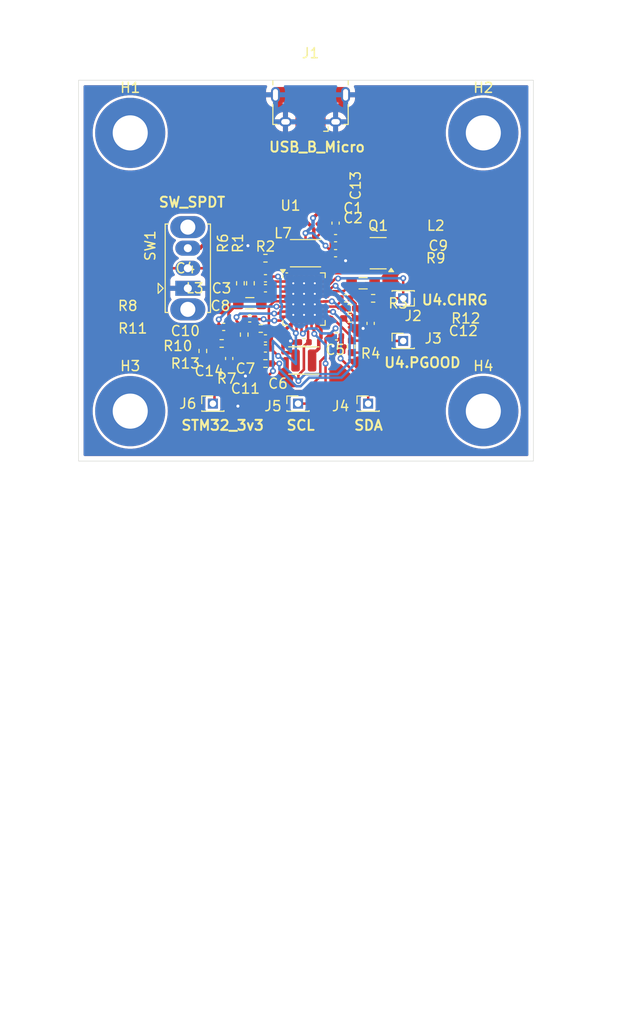
<source format=kicad_pcb>
(kicad_pcb (version 20240108) (generator "pcbnew") (generator_version "8.0")
  (layers (0 "F.Cu" signal) (1 "In1.Cu" mixed) (2 "In2.Cu" power) (31 "B.Cu" signal) (34 "B.Paste" user) (35 "F.Paste" user) (36 "B.SilkS" user "B.Silkscreen") (37 "F.SilkS" user "F.Silkscreen") (38 "B.Mask" user) (39 "F.Mask" user) (44 "Edge.Cuts" user))
  (net 0 "")
  (net 1 "Net-(J1-VBUS)")
  (net 2 "GND")
  (net 3 "Net-(C3-Pad1)")
  (net 4 "Net-(J6-Pin_1)")
  (net 5 "VOUT0")
  (net 6 "Net-(U1-VIN1)")
  (net 7 "Net-(U1-VC3)")
  (net 8 "Net-(U1-FB3)")
  (net 9 "Net-(U1-FB2)")
  (net 10 "VOUT2")
  (net 11 "VOUT1")
  (net 12 "Net-(U1-FB1)")
  (net 13 "Net-(Q1-S)")
  (net 14 "Net-(U1-SWCD3)")
  (net 15 "Net-(U1-SWAB3)")
  (net 16 "Net-(U1-SW2)")
  (net 17 "Net-(U1-SW1)")
  (net 18 "Net-(U1-SW)")
  (net 19 "VBAT")
  (net 20 "Net-(Q1-G)")
  (net 21 "Net-(U1-CLPROG)")
  (net 22 "Net-(U1-ENALL)")
  (net 23 "VCC")
  (net 24 "Net-(J2-Pin_1)")
  (net 25 "Net-(J3-Pin_1)")
  (net 26 "Net-(U1-PROG)")
  (net 30 "Net-(J4-Pin_1)")
  (net 31 "Net-(J5-Pin_1)")
  (footprint "Resistor_SMD:R_0402_1005Metric_Pad0.72x0.64mm_HandSolder" (layer "F.Cu") (at 139.63 99 180)
    (property "Reference" "R10" (at 4.38 -0.25 0) (layer "F.SilkS"))
    (property "Value" "365K")
    (pad "1" smd roundrect (at -0.5975 0 180) (size 0.715 0.64) (layers "F.Cu" "F.Paste" "F.Mask") (net 11 "VOUT1"))
    (pad "2" smd roundrect (at 0.5975 0 180) (size 0.715 0.64) (layers "F.Cu" "F.Paste" "F.Mask") (net 12 "Net-(U1-FB1)"))
  )
  (footprint "Inductor_SMD:L_APV_ANR252010" (layer "F.Cu") (at 148 90 180)
    (property "Reference" "L7" (at 2.25 2 0) (layer "F.SilkS"))
    (property "Value" "3.3uH/1.7A")
    (pad "1" smd roundrect (at -0.825 0 180) (size 0.85 2.2) (layers "F.Cu" "F.Paste" "F.Mask") (net 13 "Net-(Q1-S)"))
    (pad "2" smd roundrect (at 0.825 0 180) (size 0.85 2.2) (layers "F.Cu" "F.Paste" "F.Mask") (net 18 "Net-(U1-SW)"))
  )
  (footprint "Resistor_SMD:R_0402_1005Metric_Pad0.72x0.64mm_HandSolder" (layer "F.Cu") (at 154.75 94.5)
    (property "Reference" "R3" (at 2.5 0.5 180) (layer "F.SilkS"))
    (property "Value" "10K")
    (pad "1" smd roundrect (at -0.5975 0) (size 0.715 0.64) (layers "F.Cu" "F.Paste" "F.Mask") (net 23 "VCC"))
    (pad "2" smd roundrect (at 0.5975 0) (size 0.715 0.64) (layers "F.Cu" "F.Paste" "F.Mask") (net 24 "Net-(J2-Pin_1)"))
  )
  (footprint "Resistor_SMD:R_0402_1005Metric_Pad0.72x0.64mm_HandSolder" (layer "F.Cu") (at 141.5 93 90)
    (property "Reference" "R6" (at 4 -1.75 -90) (layer "F.SilkS"))
    (property "Value" "3.01K")
    (pad "1" smd roundrect (at -0.5975 0 90) (size 0.715 0.64) (layers "F.Cu" "F.Paste" "F.Mask") (net 21 "Net-(U1-CLPROG)"))
    (pad "2" smd roundrect (at 0.5975 0 90) (size 0.715 0.64) (layers "F.Cu" "F.Paste" "F.Mask") (net 2 "GND"))
  )
  (footprint "MountingHole:MountingHole_3.5mm_Pad_TopBottom" (layer "F.Cu") (at 130.5 105.75)
    (property "Reference" "H3" (at 0 -4.5 0) (layer "F.SilkS"))
    (property "Value" "MountingHole_Pad")
    (pad "1" thru_hole circle (at 0 0) (size 3.9 3.9) (drill 3.5) (layers "*.Cu" "*.Mask"))
    (pad "1" connect circle (at 0 0) (size 7 7) (layers "F.Cu" "F.Mask"))
    (pad "1" connect circle (at 0 0) (size 7 7) (layers "B.Cu" "B.Mask"))
  )
  (footprint "Capacitor_SMD:C_0402_1005Metric" (layer "F.Cu") (at 151 88.5)
    (property "Reference" "C1" (at 1.75 -3 0) (layer "F.SilkS"))
    (property "Value" "10uF")
    (pad "1" smd roundrect (at -0.48 0) (size 0.56 0.62) (layers "F.Cu" "F.Paste" "F.Mask") (net 1 "Net-(J1-VBUS)"))
    (pad "2" smd roundrect (at 0.48 0) (size 0.56 0.62) (layers "F.Cu" "F.Paste" "F.Mask") (net 2 "GND"))
  )
  (footprint "Resistor_SMD:R_0402_1005Metric_Pad0.72x0.64mm_HandSolder" (layer "F.Cu") (at 137.75 99.75 -90)
    (property "Reference" "R13" (at 1.25 1.75 180) (layer "F.SilkS"))
    (property "Value" "111K")
    (pad "1" smd roundrect (at -0.5975 0 270) (size 0.715 0.64) (layers "F.Cu" "F.Paste" "F.Mask") (net 12 "Net-(U1-FB1)"))
    (pad "2" smd roundrect (at 0.5975 0 270) (size 0.715 0.64) (layers "F.Cu" "F.Paste" "F.Mask") (net 2 "GND"))
  )
  (footprint "Resistor_SMD:R_0402_1005Metric_Pad0.72x0.64mm_HandSolder" (layer "F.Cu") (at 141.88 98.12 -90)
    (property "Reference" "R11" (at -0.62 11.13 180) (layer "F.SilkS"))
    (property "Value" "111K")
    (pad "1" smd roundrect (at -0.5975 0 270) (size 0.715 0.64) (layers "F.Cu" "F.Paste" "F.Mask") (net 8 "Net-(U1-FB3)"))
    (pad "2" smd roundrect (at 0.5975 0 270) (size 0.715 0.64) (layers "F.Cu" "F.Paste" "F.Mask") (net 2 "GND"))
  )
  (footprint "Package_TO_SOT_SMD:SOT-23-3" (layer "F.Cu") (at 155.25 90 180)
    (property "Reference" "Q1" (at 0 2.75 0) (layer "F.SilkS"))
    (property "Value" "SI2333DS-T1-E3")
    (pad "1" smd roundrect (at -1.1375 -0.95 180) (size 1.325 0.6) (layers "F.Cu" "F.Paste" "F.Mask") (net 20 "Net-(Q1-G)"))
    (pad "2" smd roundrect (at 1.1375 0 180) (size 1.325 0.6) (layers "F.Cu" "F.Paste" "F.Mask") (net 13 "Net-(Q1-S)"))
    (pad "3" smd roundrect (at -1.1375 0.95 180) (size 1.325 0.6) (layers "F.Cu" "F.Paste" "F.Mask") (net 19 "VBAT"))
  )
  (footprint "Inductor_SMD:L_APV_ANR252010" (layer "F.Cu") (at 147.83 100.7 180)
    (property "Reference" "L1" (hide yes))
    (property "Value" "2.2uH/1.6A")
    (pad "1" smd roundrect (at -0.825 0 180) (size 0.85 2.2) (layers "F.Cu" "F.Paste" "F.Mask") (net 14 "Net-(U1-SWCD3)"))
    (pad "2" smd roundrect (at 0.825 0 180) (size 0.85 2.2) (layers "F.Cu" "F.Paste" "F.Mask") (net 15 "Net-(U1-SWAB3)"))
  )
  (footprint "Capacitor_SMD:C_0402_1005Metric" (layer "F.Cu") (at 140.38 100.5 -90)
    (property "Reference" "C14" (at 1.25 2 0) (layer "F.SilkS"))
    (property "Value" "10uF")
    (pad "1" smd roundrect (at -0.48 0 270) (size 0.56 0.62) (layers "F.Cu" "F.Paste" "F.Mask") (net 11 "VOUT1"))
    (pad "2" smd roundrect (at 0.48 0 270) (size 0.56 0.62) (layers "F.Cu" "F.Paste" "F.Mask") (net 2 "GND"))
  )
  (footprint "Capacitor_SMD:C_0402_1005Metric" (layer "F.Cu") (at 151 90)
    (property "Reference" "C2" (at 1.75 -3.5 180) (layer "F.SilkS"))
    (property "Value" "100nF")
    (pad "1" smd roundrect (at -0.48 0) (size 0.56 0.62) (layers "F.Cu" "F.Paste" "F.Mask") (net 1 "Net-(J1-VBUS)"))
    (pad "2" smd roundrect (at 0.48 0) (size 0.56 0.62) (layers "F.Cu" "F.Paste" "F.Mask") (net 2 "GND"))
  )
  (footprint "Resistor_SMD:R_0402_1005Metric_Pad0.72x0.64mm_HandSolder" (layer "F.Cu") (at 143.53 97.51 180)
    (property "Reference" "R8" (at 13.28 2.26 0) (layer "F.SilkS"))
    (property "Value" "383K")
    (pad "1" smd roundrect (at -0.5975 0 180) (size 0.715 0.64) (layers "F.Cu" "F.Paste" "F.Mask") (net 6 "Net-(U1-VIN1)"))
    (pad "2" smd roundrect (at 0.5975 0 180) (size 0.715 0.64) (layers "F.Cu" "F.Paste" "F.Mask") (net 8 "Net-(U1-FB3)"))
  )
  (footprint "Capacitor_SMD:C_0402_1005Metric" (layer "F.Cu") (at 144 98.5)
    (property "Reference" "C7" (at -2 3 0) (layer "F.SilkS"))
    (property "Value" "1uF")
    (pad "1" smd roundrect (at -0.48 0) (size 0.56 0.62) (layers "F.Cu" "F.Paste" "F.Mask") (net 2 "GND"))
    (pad "2" smd roundrect (at 0.48 0) (size 0.56 0.62) (layers "F.Cu" "F.Paste" "F.Mask") (net 6 "Net-(U1-VIN1)"))
  )
  (footprint "Capacitor_SMD:C_0402_1005Metric" (layer "F.Cu") (at 144 99.5 180)
    (property "Reference" "C11" (at 2 -4 0) (layer "F.SilkS"))
    (property "Value" "10uF")
    (pad "1" smd roundrect (at -0.48 0 180) (size 0.56 0.62) (layers "F.Cu" "F.Paste" "F.Mask") (net 6 "Net-(U1-VIN1)"))
    (pad "2" smd roundrect (at 0.48 0 180) (size 0.56 0.62) (layers "F.Cu" "F.Paste" "F.Mask") (net 2 "GND"))
  )
  (footprint "Inductor_SMD:L_0805_2012Metric_Pad1.05x1.20mm_HandSolder" (layer "F.Cu") (at 153.75 93 180)
    (property "Reference" "L2" (at -7.25 5.75 180) (layer "F.SilkS"))
    (property "Value" "4.7uH/500mA")
    (pad "1" smd roundrect (at -1.15 0 180) (size 1.05 1.2) (layers "F.Cu" "F.Paste" "F.Mask") (roundrect_rratio 0.238095) (net 10 "VOUT2"))
    (pad "2" smd roundrect (at 1.15 0 180) (size 1.05 1.2) (layers "F.Cu" "F.Paste" "F.Mask") (roundrect_rratio 0.238095) (net 16 "Net-(U1-SW2)"))
  )
  (footprint "Connector_PinHeader_1.27mm:PinHeader_1x01_P1.27mm_Vertical" (layer "F.Cu") (at 157.75 98.75)
    (property "Reference" "J3" (at 3 -0.25 0) (layer "F.SilkS"))
    (property "Value" "Conn_01x01_Pin")
    (pad "1" thru_hole rect (at 0 0) (size 1 1) (drill 0.65) (layers "*.Cu" "*.Mask") (net 25 "Net-(J3-Pin_1)"))
  )
  (footprint "Package_DFN_QFN:QFN-28-1EP_4x5mm_P0.5mm_EP2.65x3.65mm_ThermalVias" (layer "F.Cu") (at 147.8525 94.575)
    (property "Reference" "U1" (at -1.3525 -9.325 0) (layer "F.SilkS"))
    (property "Value" "LTC3556EUFD_PBF")
    (pad "1" smd roundrect (at -1.95 -1.75) (size 0.85 0.25) (layers "F.Cu" "F.Paste" "F.Mask") (net 4 "Net-(J6-Pin_1)"))
    (pad "2" smd roundrect (at -1.95 -1.25) (size 0.85 0.25) (layers "F.Cu" "F.Paste" "F.Mask") (net 21 "Net-(U1-CLPROG)"))
    (pad "3" smd roundrect (at -1.95 -0.75) (size 0.85 0.25) (layers "F.Cu" "F.Paste" "F.Mask") (net 2 "GND"))
    (pad "4" smd roundrect (at -1.95 -0.25) (size 0.85 0.25) (layers "F.Cu" "F.Paste" "F.Mask") (net 17 "Net-(U1-SW1)"))
    (pad "5" smd roundrect (at -1.95 0.25) (size 0.85 0.25) (layers "F.Cu" "F.Paste" "F.Mask") (net 6 "Net-(U1-VIN1)"))
    (pad "6" smd roundrect (at -1.95 0.75) (size 0.85 0.25) (layers "F.Cu" "F.Paste" "F.Mask") (net 12 "Net-(U1-FB1)"))
    (pad "7" smd roundrect (at -1.95 1.25) (size 0.85 0.25) (layers "F.Cu" "F.Paste" "F.Mask") (net 8 "Net-(U1-FB3)"))
    (pad "8" smd roundrect (at -1.95 1.75) (size 0.85 0.25) (layers "F.Cu" "F.Paste" "F.Mask") (net 7 "Net-(U1-VC3)"))
    (pad "9" smd roundrect (at -1.25 2.45) (size 0.25 0.85) (layers "F.Cu" "F.Paste" "F.Mask") (net 15 "Net-(U1-SWAB3)"))
    (pad "10" smd roundrect (at -0.75 2.45) (size 0.25 0.85) (layers "F.Cu" "F.Paste" "F.Mask") (net 4 "Net-(J6-Pin_1)"))
    (pad "11" smd roundrect (at -0.25 2.45) (size 0.25 0.85) (layers "F.Cu" "F.Paste" "F.Mask") (net 5 "VOUT0"))
    (pad "12" smd roundrect (at 0.25 2.45) (size 0.25 0.85) (layers "F.Cu" "F.Paste" "F.Mask") (net 6 "Net-(U1-VIN1)"))
    (pad "13" smd roundrect (at 0.75 2.45) (size 0.25 0.85) (layers "F.Cu" "F.Paste" "F.Mask") (net 31 "Net-(J5-Pin_1)"))
    (pad "14" smd roundrect (at 1.25 2.45) (size 0.25 0.85) (layers "F.Cu" "F.Paste" "F.Mask") (net 14 "Net-(U1-SWCD3)"))
    (pad "15" smd roundrect (at 1.95 1.75) (size 0.85 0.25) (layers "F.Cu" "F.Paste" "F.Mask") (net 25 "Net-(J3-Pin_1)"))
    (pad "16" smd roundrect (at 1.95 1.25) (size 0.85 0.25) (layers "F.Cu" "F.Paste" "F.Mask") (net 30 "Net-(J4-Pin_1)"))
    (pad "17" smd roundrect (at 1.95 0.75) (size 0.85 0.25) (layers "F.Cu" "F.Paste" "F.Mask") (net 9 "Net-(U1-FB2)"))
    (pad "18" smd roundrect (at 1.95 0.25) (size 0.85 0.25) (layers "F.Cu" "F.Paste" "F.Mask") (net 6 "Net-(U1-VIN1)"))
    (pad "19" smd roundrect (at 1.95 -0.25) (size 0.85 0.25) (layers "F.Cu" "F.Paste" "F.Mask") (net 16 "Net-(U1-SW2)"))
    (pad "20" smd roundrect (at 1.95 -0.75) (size 0.85 0.25) (layers "F.Cu" "F.Paste" "F.Mask") (net 26 "Net-(U1-PROG)"))
    (pad "21" smd roundrect (at 1.95 -1.25) (size 0.85 0.25) (layers "F.Cu" "F.Paste" "F.Mask") (net 24 "Net-(J2-Pin_1)"))
    (pad "22" smd roundrect (at 1.95 -1.75) (size 0.85 0.25) (layers "F.Cu" "F.Paste" "F.Mask") (net 20 "Net-(Q1-G)"))
    (pad "23" smd roundrect (at 1.25 -2.45) (size 0.25 0.85) (layers "F.Cu" "F.Paste" "F.Mask") (net 19 "VBAT"))
    (pad "24" smd roundrect (at 0.75 -2.45) (size 0.25 0.85) (layers "F.Cu" "F.Paste" "F.Mask") (net 13 "Net-(Q1-S)"))
    (pad "25" smd roundrect (at 0.25 -2.45) (size 0.25 0.85) (layers "F.Cu" "F.Paste" "F.Mask") (net 1 "Net-(J1-VBUS)"))
    (pad "26" smd roundrect (at -0.25 -2.45) (size 0.25 0.85) (layers "F.Cu" "F.Paste" "F.Mask") (net 18 "Net-(U1-SW)"))
    (pad "27" smd roundrect (at -0.75 -2.45) (size 0.25 0.85) (layers "F.Cu" "F.Paste" "F.Mask"))
    (pad "28" smd roundrect (at -1.25 -2.45) (size 0.25 0.85) (layers "F.Cu" "F.Paste" "F.Mask") (net 22 "Net-(U1-ENALL)"))
    (pad "29" thru_hole circle (at -1.075 -1.575) (size 0.5 0.5) (drill 0.2) (property pad_prop_heatsink) (layers "*.Cu") (net 2 "GND"))
    (pad "29" thru_hole circle (at -1.075 -0.525) (size 0.5 0.5) (drill 0.2) (property pad_prop_heatsink) (layers "*.Cu") (net 2 "GND"))
    (pad "29" thru_hole circle (at -1.075 0.525) (size 0.5 0.5) (drill 0.2) (property pad_prop_heatsink) (layers "*.Cu") (net 2 "GND"))
    (pad "29" thru_hole circle (at -1.075 1.575) (size 0.5 0.5) (drill 0.2) (property pad_prop_heatsink) (layers "*.Cu") (net 2 "GND"))
    (pad "29" thru_hole circle (at 0 -1.575) (size 0.5 0.5) (drill 0.2) (property pad_prop_heatsink) (layers "*.Cu") (net 2 "GND"))
    (pad "29" thru_hole circle (at 0 -0.525) (size 0.5 0.5) (drill 0.2) (property pad_prop_heatsink) (layers "*.Cu") (net 2 "GND"))
    (pad "29" smd rect (at 0 0) (size 2.65 3.65) (property pad_prop_heatsink) (layers "F.Cu" "F.Mask") (net 2 "GND"))
    (pad "29" smd rect (at 0 0) (size 2.65 3.65) (property pad_prop_heatsink) (layers "B.Cu") (net 2 "GND"))
    (pad "29" thru_hole circle (at 0 0.525) (size 0.5 0.5) (drill 0.2) (property pad_prop_heatsink) (layers "*.Cu") (net 2 "GND"))
    (pad "29" thru_hole circle (at 0 1.575) (size 0.5 0.5) (drill 0.2) (property pad_prop_heatsink) (layers "*.Cu") (net 2 "GND"))
    (pad "29" thru_hole circle (at 1.075 -1.575) (size 0.5 0.5) (drill 0.2) (property pad_prop_heatsink) (layers "*.Cu") (net 2 "GND"))
    (pad "29" thru_hole circle (at 1.075 -0.525) (size 0.5 0.5) (drill 0.2) (property pad_prop_heatsink) (layers "*.Cu") (net 2 "GND"))
    (pad "29" thru_hole circle (at 1.075 0.525) (size 0.5 0.5) (drill 0.2) (property pad_prop_heatsink) (layers "*.Cu") (net 2 "GND"))
    (pad "29" thru_hole circle (at 1.075 1.575) (size 0.5 0.5) (drill 0.2) (property pad_prop_heatsink) (layers "*.Cu") (net 2 "GND"))
  )
  (footprint "Resistor_SMD:R_0402_1005Metric_Pad0.72x0.64mm_HandSolder" (layer "F.Cu") (at 144 90.5)
    (property "Reference" "R2" (at 0 -1.17 0) (layer "F.SilkS"))
    (property "Value" "ZERO Ohm")
    (pad "1" smd roundrect (at -0.5975 0) (size 0.715 0.64) (layers "F.Cu" "F.Paste" "F.Mask") (net 5 "VOUT0"))
    (pad "2" smd roundrect (at 0.5975 0) (size 0.715 0.64) (layers "F.Cu" "F.Paste" "F.Mask") (net 22 "Net-(U1-ENALL)"))
  )
  (footprint "Connector_PinHeader_1.27mm:PinHeader_1x01_P1.27mm_Vertical" (layer "F.Cu") (at 138.75 105)
    (property "Reference" "J6" (at -2.5 0 0) (layer "F.SilkS"))
    (property "Value" "Conn_01x01_Pin")
    (pad "1" thru_hole rect (at 0 0) (size 1 1) (drill 0.65) (layers "*.Cu" "*.Mask") (net 4 "Net-(J6-Pin_1)"))
  )
  (footprint "Connector_PinHeader_1.27mm:PinHeader_1x01_P1.27mm_Vertical" (layer "F.Cu") (at 154.25 105)
    (property "Reference" "J4" (at -2.75 0.25 0) (layer "F.SilkS"))
    (property "Value" "Conn_01x01_Pin")
    (pad "1" thru_hole rect (at 0 0) (size 1 1) (drill 0.65) (layers "*.Cu" "*.Mask") (net 30 "Net-(J4-Pin_1)"))
  )
  (footprint "MountingHole:MountingHole_3.5mm_Pad_TopBottom" (layer "F.Cu") (at 165.75 78)
    (property "Reference" "H2" (at 0 -4.5 0) (layer "F.SilkS"))
    (property "Value" "MountingHole_Pad")
    (pad "1" thru_hole circle (at 0 0) (size 3.9 3.9) (drill 3.5) (layers "*.Cu" "*.Mask"))
    (pad "1" connect circle (at 0 0) (size 7 7) (layers "F.Cu" "F.Mask"))
    (pad "1" connect circle (at 0 0) (size 7 7) (layers "B.Cu" "B.Mask"))
  )
  (footprint "Capacitor_SMD:C_0402_1005Metric" (layer "F.Cu") (at 139.83 97.35 180)
    (property "Reference" "C10" (at 3.83 -0.4 0) (layer "F.SilkS"))
    (property "Value" "10pF")
    (pad "1" smd roundrect (at -0.48 0 180) (size 0.56 0.62) (layers "F.Cu" "F.Paste" "F.Mask") (net 11 "VOUT1"))
    (pad "2" smd roundrect (at 0.48 0 180) (size 0.56 0.62) (layers "F.Cu" "F.Paste" "F.Mask") (net 12 "Net-(U1-FB1)"))
  )
  (footprint "Button_Switch_THT:SW_Slide_SPDT_Straight_CK_OS102011MS2Q" (layer "F.Cu") (at 136.25 93.5 90)
    (property "Reference" "SW1" (at 4.25 -3.75 -90) (layer "F.SilkS"))
    (property "Value" "SW_SPDT")
    (pad "" thru_hole oval (at -2.1 0 90) (size 2.2 3.5) (drill 1.5) (layers "*.Cu" "*.Mask"))
    (pad "" thru_hole oval (at 6.1 0 90) (size 2.2 3.5) (drill 1.5) (layers "*.Cu" "*.Mask"))
    (pad "1" thru_hole rect (at 0 0 90) (size 1.5 2.5) (drill 0.8) (layers "*.Cu" "*.Mask") (net 2 "GND"))
    (pad "2" thru_hole oval (at 2 0 90) (size 1.5 2.5) (drill 0.8) (layers "*.Cu" "*.Mask") (net 5 "VOUT0"))
    (pad "3" thru_hole oval (at 4 0 90) (size 1.5 2.5) (drill 0.8) (layers "*.Cu" "*.Mask") (net 13 "Net-(Q1-S)"))
  )
  (footprint "MountingHole:MountingHole_3.5mm_Pad_TopBottom" (layer "F.Cu") (at 130.5 78)
    (property "Reference" "H1" (at 0 -4.5 0) (layer "F.SilkS"))
    (property "Value" "MountingHole_Pad")
    (pad "1" thru_hole circle (at 0 0) (size 3.9 3.9) (drill 3.5) (layers "*.Cu" "*.Mask"))
    (pad "1" connect circle (at 0 0) (size 7 7) (layers "F.Cu" "F.Mask"))
    (pad "1" connect circle (at 0 0) (size 7 7) (layers "B.Cu" "B.Mask"))
  )
  (footprint "Capacitor_SMD:C_0402_1005Metric" (layer "F.Cu") (at 152 94.5 180)
    (property "Reference" "C9" (at -9.25 5.25 0) (layer "F.SilkS"))
    (property "Value" "10pF")
    (pad "1" smd roundrect (at -0.48 0 180) (size 0.56 0.62) (layers "F.Cu" "F.Paste" "F.Mask") (net 10 "VOUT2"))
    (pad "2" smd roundrect (at 0.48 0 180) (size 0.56 0.62) (layers "F.Cu" "F.Paste" "F.Mask") (net 9 "Net-(U1-FB2)"))
  )
  (footprint "Capacitor_SMD:C_0402_1005Metric" (layer "F.Cu") (at 147.86 98.88)
    (property "Reference" "C6" (at -2.61 4.12 0) (layer "F.SilkS"))
    (property "Value" "1uF")
    (pad "1" smd roundrect (at -0.48 0) (size 0.56 0.62) (layers "F.Cu" "F.Paste" "F.Mask") (net 2 "GND"))
    (pad "2" smd roundrect (at 0.48 0) (size 0.56 0.62) (layers "F.Cu" "F.Paste" "F.Mask") (net 6 "Net-(U1-VIN1)"))
  )
  (footprint "Resistor_SMD:R_0402_1005Metric_Pad0.72x0.64mm_HandSolder" (layer "F.Cu") (at 152.4025 96.5 180)
    (property "Reference" "R12" (at -11.5975 0 0) (layer "F.SilkS"))
    (property "Value" "111K")
    (pad "1" smd roundrect (at -0.5975 0 180) (size 0.715 0.64) (layers "F.Cu" "F.Paste" "F.Mask") (net 9 "Net-(U1-FB2)"))
    (pad "2" smd roundrect (at 0.5975 0 180) (size 0.715 0.64) (layers "F.Cu" "F.Paste" "F.Mask") (net 2 "GND"))
  )
  (footprint "Inductor_SMD:L_0805_2012Metric_Pad1.05x1.20mm_HandSolder" (layer "F.Cu") (at 142.44 94.99)
    (property "Reference" "L3" (at -5.5 -1.5 0) (layer "F.SilkS"))
    (property "Value" "4.7uH/500mA")
    (pad "1" smd roundrect (at -1.15 0) (size 1.05 1.2) (layers "F.Cu" "F.Paste" "F.Mask") (roundrect_rratio 0.238095) (net 11 "VOUT1"))
    (pad "2" smd roundrect (at 1.15 0) (size 1.05 1.2) (layers "F.Cu" "F.Paste" "F.Mask") (roundrect_rratio 0.238095) (net 17 "Net-(U1-SW1)"))
  )
  (footprint "Resistor_SMD:R_0402_1005Metric_Pad0.72x0.64mm_HandSolder" (layer "F.Cu") (at 152.4025 95.5 180)
    (property "Reference" "R9" (at -8.5975 5 0) (layer "F.SilkS"))
    (property "Value" "365K")
    (pad "1" smd roundrect (at -0.5975 0 180) (size 0.715 0.64) (layers "F.Cu" "F.Paste" "F.Mask") (net 10 "VOUT2"))
    (pad "2" smd roundrect (at 0.5975 0 180) (size 0.715 0.64) (layers "F.Cu" "F.Paste" "F.Mask") (net 9 "Net-(U1-FB2)"))
  )
  (footprint "Capacitor_SMD:C_0402_1005Metric" (layer "F.Cu") (at 144 92.5)
    (property "Reference" "C4" (at -8 -1 0) (layer "F.SilkS"))
    (property "Value" "100nF")
    (pad "1" smd roundrect (at -0.48 0) (size 0.56 0.62) (layers "F.Cu" "F.Paste" "F.Mask") (net 2 "GND"))
    (pad "2" smd roundrect (at 0.48 0) (size 0.56 0.62) (layers "F.Cu" "F.Paste" "F.Mask") (net 4 "Net-(J6-Pin_1)"))
  )
  (footprint "Capacitor_SMD:C_0402_1005Metric" (layer "F.Cu") (at 154.5 97 -90)
    (property "Reference" "C12" (at 0.75 -9.25 0) (layer "F.SilkS"))
    (property "Value" "10uF")
    (pad "1" smd roundrect (at -0.48 0 270) (size 0.56 0.62) (layers "F.Cu" "F.Paste" "F.Mask") (net 10 "VOUT2"))
    (pad "2" smd roundrect (at 0.48 0 270) (size 0.56 0.62) (layers "F.Cu" "F.Paste" "F.Mask") (net 2 "GND"))
  )
  (footprint "Connector_PinHeader_1.27mm:PinHeader_1x01_P1.27mm_Vertical" (layer "F.Cu") (at 147.25 105)
    (property "Reference" "J5" (at -2.5 0.25 0) (layer "F.SilkS"))
    (property "Value" "Conn_01x01_Pin")
    (pad "1" thru_hole rect (at 0 0) (size 1 1) (drill 0.65) (layers "*.Cu" "*.Mask") (net 31 "Net-(J5-Pin_1)"))
  )
  (footprint "Resistor_SMD:R_0402_1005Metric_Pad0.72x0.64mm_HandSolder" (layer "F.Cu") (at 152.55 99.32 90)
    (property "Reference" "R4" (at -0.68 1.95 180) (layer "F.SilkS"))
    (property "Value" "10K")
    (pad "1" smd roundrect (at -0.5975 0 90) (size 0.715 0.64) (layers "F.Cu" "F.Paste" "F.Mask") (net 23 "VCC"))
    (pad "2" smd roundrect (at 0.5975 0 90) (size 0.715 0.64) (layers "F.Cu" "F.Paste" "F.Mask") (net 25 "Net-(J3-Pin_1)"))
  )
  (footprint "Capacitor_SMD:C_0402_1005Metric" (layer "F.Cu") (at 142.43 96.5)
    (property "Reference" "C8" (at -2.93 -1.25 0) (layer "F.SilkS"))
    (property "Value" "130pF")
    (pad "1" smd roundrect (at -0.48 0) (size 0.56 0.62) (layers "F.Cu" "F.Paste" "F.Mask") (net 8 "Net-(U1-FB3)"))
    (pad "2" smd roundrect (at 0.48 0) (size 0.56 0.62) (layers "F.Cu" "F.Paste" "F.Mask") (net 7 "Net-(U1-VC3)"))
  )
  (footprint "Resistor_SMD:R_0402_1005Metric_Pad0.72x0.64mm_HandSolder" (layer "F.Cu") (at 144 101 180)
    (property "Reference" "R7" (at 3.87 -1.5 0) (layer "F.SilkS"))
    (property "Value" "2K")
    (pad "1" smd roundrect (at -0.5975 0 180) (size 0.715 0.64) (layers "F.Cu" "F.Paste" "F.Mask") (net 26 "Net-(U1-PROG)"))
    (pad "2" smd roundrect (at 0.5975 0 180) (size 0.715 0.64) (layers "F.Cu" "F.Paste" "F.Mask") (net 2 "GND"))
  )
  (footprint "Capacitor_SMD:C_0402_1005Metric" (layer "F.Cu") (at 151 87 90)
    (property "Reference" "C13" (at 3.75 2 90) (layer "F.SilkS"))
    (property "Value" "10uF")
    (pad "1" smd roundrect (at -0.48 0 90) (size 0.56 0.62) (layers "F.Cu" "F.Paste" "F.Mask") (net 13 "Net-(Q1-S)"))
    (pad "2" smd roundrect (at 0.48 0 90) (size 0.56 0.62) (layers "F.Cu" "F.Paste" "F.Mask") (net 2 "GND"))
  )
  (footprint "Capacitor_SMD:C_0402_1005Metric" (layer "F.Cu") (at 144 93.5)
    (property "Reference" "C3" (at -4.3825 0 0) (layer "F.SilkS"))
    (property "Value" "100nF")
    (pad "1" smd roundrect (at -0.48 0) (size 0.56 0.62) (layers "F.Cu" "F.Paste" "F.Mask") (net 3 "Net-(C3-Pad1)"))
    (pad "2" smd roundrect (at 0.48 0) (size 0.56 0.62) (layers "F.Cu" "F.Paste" "F.Mask") (net 21 "Net-(U1-CLPROG)"))
  )
  (footprint "Resistor_SMD:R_0402_1005Metric_Pad0.72x0.64mm_HandSolder" (layer "F.Cu") (at 142.5 93 90)
    (property "Reference" "R1" (at 4 -1.25 -90) (layer "F.SilkS"))
    (property "Value" "8.25 Ohm")
    (pad "1" smd roundrect (at -0.5975 0 90) (size 0.715 0.64) (layers "F.Cu" "F.Paste" "F.Mask") (net 3 "Net-(C3-Pad1)"))
    (pad "2" smd roundrect (at 0.5975 0 90) (size 0.715 0.64) (layers "F.Cu" "F.Paste" "F.Mask") (net 2 "GND"))
  )
  (footprint "Connector_USB:USB_Micro-B_Amphenol_10118194-0001LF_Horizontal" (layer "F.Cu") (at 148.5 75.5 180)
    (property "Reference" "J1" (at 0 5.45 0) (layer "F.SilkS"))
    (property "Value" "USB_B_Micro")
    (pad "1" smd roundrect (at -1.3 -1.4 180) (size 0.4 1.35) (layers "F.Cu" "F.Paste" "F.Mask") (net 1 "Net-(J1-VBUS)"))
    (pad "2" smd roundrect (at -0.65 -1.4 180) (size 0.4 1.35) (layers "F.Cu" "F.Paste" "F.Mask"))
    (pad "3" smd roundrect (at 0 -1.4 180) (size 0.4 1.35) (layers "F.Cu" "F.Paste" "F.Mask"))
    (pad "4" smd roundrect (at 0.65 -1.4 180) (size 0.4 1.35) (layers "F.Cu" "F.Paste" "F.Mask"))
    (pad "5" smd roundrect (at 1.3 -1.4 180) (size 0.4 1.35) (layers "F.Cu" "F.Paste" "F.Mask") (net 2 "GND"))
    (pad "6" thru_hole oval (at -3.5 1.3 180) (size 0.89 1.55) (drill oval 0.5 1.15) (layers "*.Cu" "*.Mask") (net 2 "GND"))
    (pad "6" smd roundrect (at -3.025 1.3 180) (size 1.45 1.55) (layers "F.Cu" "F.Paste" "F.Mask") (roundrect_rratio 0.1724137931) (net 2 "GND"))
    (pad "6" thru_hole oval (at -2.5 -1.4 180) (size 1.25 0.95) (drill oval 0.85 0.55) (layers "*.Cu" "*.Mask") (net 2 "GND"))
    (pad "6" smd roundrect (at -1 1.3 180) (size 1.5 1.55) (layers "F.Cu" "F.Paste" "F.Mask") (roundrect_rratio 0.1666666667) (net 2 "GND"))
    (pad "6" smd roundrect (at 1 1.3 180) (size 1.5 1.55) (layers "F.Cu" "F.Paste" "F.Mask") (roundrect_rratio 0.1666666667) (net 2 "GND"))
    (pad "6" thru_hole oval (at 2.5 -1.4 180) (size 1.25 0.95) (drill oval 0.85 0.55) (layers "*.Cu" "*.Mask") (net 2 "GND"))
    (pad "6" smd roundrect (at 3.025 1.3 180) (size 1.45 1.55) (layers "F.Cu" "F.Paste" "F.Mask") (roundrect_rratio 0.1724137931) (net 2 "GND"))
    (pad "6" thru_hole oval (at 3.5 1.3 180) (size 0.89 1.55) (drill oval 0.5 1.15) (layers "*.Cu" "*.Mask") (net 2 "GND"))
  )
  (footprint "Capacitor_SMD:C_0402_1005Metric" (layer "F.Cu") (at 151.1 98.29 180)
    (property "Reference" "C5" (at 0.14 -1.34 0) (layer "F.SilkS"))
    (property "Value" "1uF")
    (pad "1" smd roundrect (at -0.48 0 180) (size 0.56 0.62) (layers "F.Cu" "F.Paste" "F.Mask") (net 2 "GND"))
    (pad "2" smd roundrect (at 0.48 0 180) (size 0.56 0.62) (layers "F.Cu" "F.Paste" "F.Mask") (net 5 "VOUT0"))
  )
  (footprint "MountingHole:MountingHole_3.5mm_Pad_TopBottom" (layer "F.Cu") (at 165.75 105.75)
    (property "Reference" "H4" (at 0 -4.5 0) (layer "F.SilkS"))
    (property "Value" "MountingHole_Pad")
    (pad "1" thru_hole circle (at 0 0) (size 3.9 3.9) (drill 3.5) (layers "*.Cu" "*.Mask"))
    (pad "1" connect circle (at 0 0) (size 7 7) (layers "F.Cu" "F.Mask"))
    (pad "1" connect circle (at 0 0) (size 7 7) (layers "B.Cu" "B.Mask"))
  )
  (footprint "Connector_PinHeader_1.27mm:PinHeader_1x01_P1.27mm_Vertical" (layer "F.Cu") (at 157.75 94.5 180)
    (property "Reference" "J2" (at -1 -1.75 0) (layer "F.SilkS"))
    (property "Value" "Conn_01x01_Pin")
    (pad "1" thru_hole rect (at 0 0 180) (size 1 1) (drill 0.65) (layers "*.Cu" "*.Mask") (net 24 "Net-(J2-Pin_1)"))
  )
  (gr_rect (start 125.34 72.75) (end 170.75 110.73) (stroke (width 0.05)) (fill none) (layer "Edge.Cuts"))
  (gr_text "SCL" (at 146 107.75 0) (layer "F.SilkS") (effects (font (size 1 1) (thickness 0.2) (bold yes)) (justify left bottom)))
  (gr_text "USB_B_Micro" (at 144.25 80 0) (layer "F.SilkS") (effects (font (size 1 1) (thickness 0.2) (bold yes)) (justify left bottom)))
  (gr_text "U4.CHRG" (at 159.5 95.25 0) (layer "F.SilkS") (effects (font (size 1 1) (thickness 0.2)) (justify left bottom)))
  (gr_text "SW_SPDT" (at 133.25 85.5 0) (layer "F.SilkS") (effects (font (size 1 1) (thickness 0.2) (bold yes)) (justify left bottom)))
  (gr_text "SDA" (at 152.75 107.75 0) (layer "F.SilkS") (effects (font (size 1 1) (thickness 0.2) (bold yes)) (justify left bottom)))
  (gr_text "STM32_3v3" (at 135.5 107.75 0) (layer "F.SilkS") (effects (font (size 1 1) (thickness 0.2) (bold yes)) (justify left bottom)))
  (gr_text "U4.PGOOD" (at 155.75 101.5 0) (layer "F.SilkS") (effects (font (size 1 1) (thickness 0.2) (bold yes)) (justify left bottom)))
  (segment (start 148.1025 91.6025) (end 148 91.5) (width 0.25) (layer "F.Cu") (net 1))
  (segment (start 150.52 90) (end 150.52 88.5) (width 0.25) (layer "F.Cu") (net 1))
  (segment (start 148 88) (end 148.1025 88.1025) (width 0.25) (layer "F.Cu") (net 1))
  (segment (start 148.1025 92.125) (end 148.1025 91.6025) (width 0.25) (layer "F.Cu") (net 1))
  (segment (start 149.8 76.9) (end 149.8 85.45) (width 0.35) (layer "F.Cu") (net 1))
  (segment (start 150.52 90) (end 150.52 89.77) (width 0.25) (layer "F.Cu") (net 1))
  (segment (start 150.52 89.77) (end 150 89.25) (width 0.25) (layer "F.Cu") (net 1))
  (segment (start 148 88.1025) (end 148 91.5) (width 0.25) (layer "F.Cu") (net 1))
  (segment (start 149.8 85.45) (end 148.75 86.5) (width 0.35) (layer "F.Cu") (net 1))
  (via (at 148.75 86.5) (size 0.6) (drill 0.3) (layers "F.Cu" "B.Cu") (net 1))
  (via (at 150 89.25) (size 0.6) (drill 0.3) (layers "F.Cu" "B.Cu") (net 1))
  (via (at 148 88) (size 0.6) (drill 0.3) (layers "F.Cu" "B.Cu") (net 1))
  (segment (start 148.75 86.5) (end 148.75 87.25) (width 0.35) (layer "B.Cu") (net 1))
  (segment (start 148.75 87.25) (end 148 88) (width 0.35) (layer "B.Cu") (net 1))
  (segment (start 148.75 88) (end 148 88) (width 0.25) (layer "B.Cu") (net 1))
  (segment (start 150 89.25) (end 148.75 88) (width 0.25) (layer "B.Cu") (net 1))
  (segment (start 146.63 98.88) (end 146.5 98.75) (width 0.25) (layer "F.Cu") (net 2))
  (segment (start 152 90.75) (end 152 90.52) (width 0.25) (layer "F.Cu") (net 2))
  (segment (start 150.75 99.12) (end 151.58 98.29) (width 0.25) (layer "F.Cu") (net 2))
  (segment (start 153.75 97.5) (end 152.805 97.5) (width 0.25) (layer "F.Cu") (net 2))
  (segment (start 147.38 98.88) (end 146.63 98.88) (width 0.25) (layer "F.Cu") (net 2))
  (segment (start 152 90.52) (end 151.48 90) (width 0.25) (layer "F.Cu") (net 2))
  (segment (start 154.48 97.5) (end 154.5 97.48) (width 0.25) (layer "F.Cu") (net 2))
  (segment (start 150.75 99.25) (end 150.75 99.12) (width 0.25) (layer "F.Cu") (net 2))
  (segment (start 153.75 97.5) (end 154.48 97.5) (width 0.25) (layer "F.Cu") (net 2))
  (segment (start 147.25 98.75) (end 147.38 98.88) (width 0.25) (layer "F.Cu") (net 2))
  (segment (start 152.805 97.5) (end 151.805 96.5) (width 0.25) (layer "F.Cu") (net 2))
  (via (at 141.25 105.25) (size 0.6) (drill 0.3) (layers "F.Cu" "B.Cu") (net 2))
  (via (at 150.75 99.25) (size 0.6) (drill 0.3) (layers "F.Cu" "B.Cu") (net 2))
  (via (at 146.5 98.75) (size 0.6) (drill 0.3) (layers "F.Cu" "B.Cu") (net 2))
  (via (at 153.75 97.5) (size 0.6) (drill 0.3) (layers "F.Cu" "B.Cu") (net 2))
  (via (at 152 90.75) (size 0.6) (drill 0.3) (layers "F.Cu" "B.Cu") (net 2))
  (via (at 142 102.25) (size 0.6) (drill 0.3) (layers "F.Cu" "B.Cu") (net 2))
  (via (at 142.25 89.25) (size 0.6) (drill 0.3) (layers "F.Cu" "B.Cu") (net 2))
  (segment (start 142.5975 93.5) (end 142.5 93.5975) (width 0.25) (layer "F.Cu") (net 3))
  (segment (start 143.52 93.5) (end 142.5975 93.5) (width 0.25) (layer "F.Cu") (net 3))
  (segment (start 145.9025 92.825) (end 144.805 92.825) (width 0.25) (layer "F.Cu") (net 4))
  (segment (start 147.1025 97.9075) (end 147.1025 97.025) (width 0.25) (layer "F.Cu") (net 4))
  (segment (start 138.91 104.84) (end 138.75 105) (width 0.25) (layer "F.Cu") (net 4))
  (segment (start 145.25 92.33) (end 144.65 92.33) (width 0.25) (layer "F.Cu") (net 4))
  (segment (start 143.02 103.48) (end 144.75 101.75) (width 0.25) (layer "F.Cu") (net 4))
  (segment (start 147.035 97.975) (end 147.1025 97.9075) (width 0.25) (layer "F.Cu") (net 4))
  (segment (start 144.805 92.825) (end 144.48 92.5) (width 0.25) (layer "F.Cu") (net 4))
  (segment (start 144.65 92.33) (end 144.48 92.5) (width 0.25) (layer "F.Cu") (net 4))
  (segment (start 138.91 103.48) (end 143.02 103.48) (width 0.25) (layer "F.Cu") (net 4))
  (segment (start 138.91 103.48) (end 138.91 104.84) (width 0.25) (layer "F.Cu") (net 4))
  (via (at 147.035 97.975) (size 0.6) (drill 0.3) (layers "F.Cu" "B.Cu") (net 4))
  (via (at 144.75 101.75) (size 0.6) (drill 0.3) (layers "F.Cu" "B.Cu") (net 4))
  (via (at 145.25 92.33) (size 0.6) (drill 0.3) (layers "F.Cu" "B.Cu") (net 4))
  (segment (start 145.5 94.977537) (end 145.625 95.102537) (width 0.25) (layer "B.Cu") (net 4))
  (segment (start 145.625 95.537463) (end 145.5 95.662463) (width 0.25) (layer "B.Cu") (net 4))
  (segment (start 144.75 98.757537) (end 144.75 101.75) (width 0.25) (layer "B.Cu") (net 4))
  (segment (start 145.625 95.102537) (end 145.625 95.537463) (width 0.25) (layer "B.Cu") (net 4))
  (segment (start 145.5 95.662463) (end 145.5 96.44) (width 0.25) (layer "B.Cu") (net 4))
  (segment (start 147.035 97.975) (end 147.035 101.042537) (width 0.25) (layer "B.Cu") (net 4))
  (segment (start 145.25 92.33) (end 145.5 92.58) (width 0.25) (layer "B.Cu") (net 4))
  (segment (start 145.5 92.58) (end 145.5 94.977537) (width 0.25) (layer "B.Cu") (net 4))
  (segment (start 145.5 96.44) (end 147.035 97.975) (width 0.25) (layer "B.Cu") (net 4))
  (segment (start 147.035 101.042537) (end 144.75 98.757537) (width 0.25) (layer "B.Cu") (net 4))
  (segment (start 144.75 103.75) (end 141.5 107) (width 0.25) (layer "F.Cu") (net 5))
  (segment (start 151 97.5) (end 150 98.5) (width 0.25) (layer "F.Cu") (net 5))
  (segment (start 141.5 107) (end 138.75 107) (width 0.25) (layer "F.Cu") (net 5))
  (segment (start 150 98.5) (end 150 100.257537) (width 0.25) (layer "F.Cu") (net 5))
  (segment (start 134.525 91.5) (end 136.25 91.5) (width 0.25) (layer "F.Cu") (net 5))
  (segment (start 150 100.257537) (end 149.475 100.782537) (width 0.25) (layer "F.Cu") (net 5))
  (segment (start 133.25 101.5) (end 133.25 92.775) (width 0.25) (layer "F.Cu") (net 5))
  (segment (start 142.1525 91.5) (end 136.25 91.5) (width 0.25) (layer "F.Cu") (net 5))
  (segment (start 147.6025 97.025) (end 147.6025 97.884094) (width 0.25) (layer "F.Cu") (net 5))
  (segment (start 147.6025 97.884094) (end 147.733834 98.015428) (width 0.25) (layer "F.Cu") (net 5))
  (segment (start 148 103.75) (end 144.75 103.75) (width 0.25) (layer "F.Cu") (net 5))
  (segment (start 149.475 100.782537) (end 149.475 102.275) (width 0.25) (layer "F.Cu") (net 5))
  (segment (start 138.75 107) (end 133.25 101.5) (width 0.25) (layer "F.Cu") (net 5))
  (segment (start 143.1525 90.5) (end 142.1525 91.5) (width 0.25) (layer "F.Cu") (net 5))
  (segment (start 133.25 92.775) (end 134.525 91.5) (width 0.25) (layer "F.Cu") (net 5))
  (segment (start 151 97.5) (end 150.62 97.88) (width 0.25) (layer "F.Cu") (net 5))
  (segment (start 149.475 102.275) (end 148 103.75) (width 0.25) (layer "F.Cu") (net 5))
  (segment (start 150.62 97.88) (end 150.62 98.29) (width 0.25) (layer "F.Cu") (net 5))
  (via (at 151 97.5) (size 0.6) (drill 0.3) (layers "F.Cu" "B.Cu") (net 5))
  (via (at 147.733834 98.015428) (size 0.6) (drill 0.3) (layers "F.Cu" "B.Cu") (net 5))
  (segment (start 150.5 98) (end 149.587463 98) (width 0.25) (layer "B.Cu") (net 5))
  (segment (start 151 97.5) (end 150.5 98) (width 0.25) (layer "B.Cu") (net 5))
  (segment (start 148.239262 97.51) (end 147.733834 98.015428) (width 0.25) (layer "B.Cu") (net 5))
  (segment (start 149.587463 98) (end 149.097463 97.51) (width 0.25) (layer "B.Cu") (net 5))
  (segment (start 149.097463 97.51) (end 148.239262 97.51) (width 0.25) (layer "B.Cu") (net 5))
  (segment (start 145.275 100.25) (end 144.48 99.455) (width 0.25) (layer "F.Cu") (net 6))
  (segment (start 147.835 101.604606) (end 147.835 99.235) (width 0.25) (layer "F.Cu") (net 6))
  (segment (start 148.34 98.78) (end 148.258834 98.698834) (width 0.25) (layer "F.Cu") (net 6))
  (segment (start 144.882537 94.795) (end 144.34 95.337537) (width 0.25) (layer "F.Cu") (net 6))
  (segment (start 147.29 102.74) (end 147.29 102.149606) (width 0.25) (layer "F.Cu") (net 6))
  (segment (start 144.48 98.5) (end 144.48 99.5) (width 0.25) (layer "F.Cu") (net 6))
  (segment (start 147.29 102.149606) (end 147.835 101.604606) (width 0.25) (layer "F.Cu") (net 6))
  (segment (start 145.8725 94.795) (end 144.882537 94.795) (width 0.25) (layer "F.Cu") (net 6))
  (segment (start 144.48 99.455) (end 144.48 98.5) (width 0.25) (layer "F.Cu") (net 6))
  (segment (start 148.258834 98.698834) (end 148.258834 97.797965) (width 0.25) (layer "F.Cu") (net 6))
  (segment (start 145.9025 94.825) (end 145.8725 94.795) (width 0.25) (layer "F.Cu") (net 6))
  (segment (start 148.258834 97.797965) (end 148.1025 97.641631) (width 0.25) (layer "F.Cu") (net 6))
  (segment (start 144.34 97.2975) (end 144.1275 97.51) (width 0.25) (layer "F.Cu") (net 6))
  (segment (start 144.34 95.337537) (end 144.34 97.2975) (width 0.25) (layer "F.Cu") (net 6))
  (segment (start 144.48 97.8625) (end 144.48 98.5) (width 0.25) (layer "F.Cu") (net 6))
  (segment (start 144.1275 97.51) (end 144.48 97.8625) (width 0.25) (layer "F.Cu") (net 6))
  (segment (start 150.627499 94.8) (end 149.8275 94.8) (width 0.25) (layer "F.Cu") (net 6))
  (segment (start 147.835 101.604606) (end 147.835 99.285) (width 0.25) (layer "F.Cu") (net 6))
  (segment (start 149.8275 94.8) (end 149.8025 94.825) (width 0.25) (layer "F.Cu") (net 6))
  (segment (start 147.835 99.285) (end 148.34 98.78) (width 0.25) (layer "F.Cu") (net 6))
  (segment (start 148.1025 97.641631) (end 148.1025 97.025) (width 0.25) (layer "F.Cu") (net 6))
  (via (at 145.275 100.25) (size 0.6) (drill 0.3) (layers "F.Cu" "B.Cu") (net 6))
  (via (at 150.627499 94.8) (size 0.6) (drill 0.3) (layers "F.Cu" "B.Cu") (net 6))
  (via (at 147.29 102.74) (size 0.6) (drill 0.3) (layers "F.Cu" "B.Cu") (net 6))
  (segment (start 151.19005 102.05995) (end 152.4 100.85) (width 0.25) (layer "B.Cu") (net 6))
  (segment (start 147.97005 102.05995) (end 151.19005 102.05995) (width 0.25) (layer "B.Cu") (net 6))
  (segment (start 152.4 100.85) (end 152.4 97.63) (width 0.25) (layer "B.Cu") (net 6))
  (segment (start 147.29 102.74) (end 147.97005 102.05995) (width 0.25) (layer "B.Cu") (net 6))
  (segment (start 145.91 100.782537) (end 145.91 101.36) (width 0.25) (layer "B.Cu") (net 6))
  (segment (start 145.377463 100.25) (end 145.91 100.782537) (width 0.25) (layer "B.Cu") (net 6))
  (segment (start 149.75 94.83) (end 149.75 94.69) (width 0) (layer "B.Cu") (net 6))
  (segment (start 149.75 94.69) (end 149.75 94.8) (width 0) (layer "B.Cu") (net 6))
  (segment (start 152.5525 97.63) (end 152.5525 96.572501) (width 0.25) (layer "B.Cu") (net 6))
  (segment (start 145.275 100.25) (end 145.377463 100.25) (width 0.25) (layer "B.Cu") (net 6))
  (segment (start 152.5525 96.572501) (end 150.779999 94.8) (width 0.25) (layer "B.Cu") (net 6))
  (segment (start 145.91 101.36) (end 147.29 102.74) (width 0.25) (layer "B.Cu") (net 6))
  (segment (start 142.99 96.58) (end 142.99 96.5) (width 0.25) (layer "F.Cu") (net 7))
  (segment (start 145.507873 96.719627) (end 144.892939 96.719627) (width 0.25) (layer "F.Cu") (net 7))
  (segment (start 143.815 96.58) (end 142.99 96.58) (width 0.25) (layer "F.Cu") (net 7))
  (segment (start 145.9025 96.325) (end 145.507873 96.719627) (width 0.25) (layer "F.Cu") (net 7))
  (via (at 143.815 96.58) (size 0.6) (drill 0.3) (layers "F.Cu" "B.Cu") (net 7))
  (via (at 144.892939 96.719627) (size 0.6) (drill 0.3) (layers "F.Cu" "B.Cu") (net 7))
  (segment (start 143.954627 96.719627) (end 143.815 96.58) (width 0.25) (layer "B.Cu") (net 7))
  (segment (start 144.892939 96.719627) (end 143.954627 96.719627) (width 0.25) (layer "B.Cu") (net 7))
  (segment (start 141.11 96.38) (end 141.11 96.7525) (width 0.25) (layer "F.Cu") (net 8))
  (segment (start 145.9025 95.825) (end 145.477501 95.825) (width 0.25) (layer "F.Cu") (net 8))
  (segment (start 142.92 97.5225) (end 142.9325 97.51) (width 0.25) (layer "F.Cu") (net 8))
  (segment (start 141.88 97.5225) (end 142.92 97.5225) (width 0.25) (layer "F.Cu") (net 8))
  (segment (start 141.11 96.7525) (end 141.88 97.5225) (width 0.25) (layer "F.Cu") (net 8))
  (segment (start 145.477501 95.825) (end 145.282501 96.02) (width 0.25) (layer "F.Cu") (net 8))
  (segment (start 145.282501 96.02) (end 144.87 96.02) (width 0.25) (layer "F.Cu") (net 8))
  (via (at 144.87 96.02) (size 0.6) (drill 0.3) (layers "F.Cu" "B.Cu") (net 8))
  (via (at 141.11 96.38) (size 0.6) (drill 0.3) (layers "F.Cu" "B.Cu") (net 8))
  (segment (start 141.47 96.02) (end 144.87 96.02) (width 0.25) (layer "B.Cu") (net 8))
  (segment (start 141.11 96.38) (end 141.47 96.02) (width 0.25) (layer "B.Cu") (net 8))
  (segment (start 151.305 95.5) (end 152 95.5) (width 0.25) (layer "F.Cu") (net 9))
  (segment (start 151.13 95.325) (end 151.305 95.5) (width 0.25) (layer "F.Cu") (net 9))
  (segment (start 149.8025 95.325) (end 151.004999 95.325) (width 0.25) (layer "F.Cu") (net 9))
  (segment (start 152 95.5) (end 153 96.5) (width 0.25) (layer "F.Cu") (net 9))
  (segment (start 151.52 94.809999) (end 151.52 94.5) (width 0.25) (layer "F.Cu") (net 9))
  (segment (start 151.004999 95.325) (end 151.52 94.809999) (width 0.25) (layer "F.Cu") (net 9))
  (segment (start 153 95.5) (end 153 95.02) (width 0.25) (layer "F.Cu") (net 10))
  (segment (start 153.98 93) (end 154.9 93) (width 0.25) (layer "F.Cu") (net 10))
  (segment (start 152.48 94.5) (end 153.98 93) (width 0.25) (layer "F.Cu") (net 10))
  (segment (start 154.02 96.52) (end 153 95.5) (width 0.25) (layer "F.Cu") (net 10))
  (segment (start 153 95.02) (end 152.48 94.5) (width 0.25) (layer "F.Cu") (net 10))
  (segment (start 154.5 96.52) (end 154.02 96.52) (width 0.25) (layer "F.Cu") (net 10))
  (segment (start 141.29 94.99) (end 140.31 95.97) (width 0.25) (layer "F.Cu") (net 11))
  (segment (start 140.31 97.35) (end 140.31 98.9175) (width 0.25) (layer "F.Cu") (net 11))
  (segment (start 140.36 97.5) (end 140.36 98.8675) (width 0.35) (layer "F.Cu") (net 11))
  (segment (start 140.36 98.8675) (end 140.2275 99) (width 0.25) (layer "F.Cu") (net 11))
  (segment (start 140.2275 99) (end 140.2275 99.8675) (width 0.25) (layer "F.Cu") (net 11))
  (segment (start 140.31 98.9175) (end 140.2275 99) (width 0.25) (layer "F.Cu") (net 11))
  (segment (start 140.2275 99.8675) (end 140.38 100.02) (width 0.25) (layer "F.Cu") (net 11))
  (segment (start 140.31 95.97) (end 140.31 97.35) (width 0.25) (layer "F.Cu") (net 11))
  (segment (start 139.35 98.6825) (end 139.0325 99) (width 0.25) (layer "F.Cu") (net 12))
  (segment (start 145.9025 95.325) (end 145.105 95.325) (width 0.25) (layer "F.Cu") (net 12))
  (segment (start 145.105 95.325) (end 145.1 95.32) (width 0.25) (layer "F.Cu") (net 12))
  (segment (start 137.9025 99) (end 137.75 99.1525) (width 0.25) (layer "F.Cu") (net 12))
  (segment (start 139.35 97.35) (end 139.35 98.6825) (width 0.25) (layer "F.Cu") (net 12))
  (segment (start 139.0325 99) (end 137.9025 99) (width 0.25) (layer "F.Cu") (net 12))
  (segment (start 139.34 96.6) (end 139.34 97.34) (width 0.25) (layer "F.Cu") (net 12))
  (segment (start 139.34 97.34) (end 139.35 97.35) (width 0.25) (layer "F.Cu") (net 12))
  (via (at 145.1 95.32) (size 0.6) (drill 0.3) (layers "F.Cu" "B.Cu") (net 12))
  (via (at 139.34 96.6) (size 0.6) (drill 0.3) (layers "F.Cu" "B.Cu") (net 12))
  (segment (start 145.1 95.32) (end 140.62 95.32) (width 0.25) (layer "B.Cu") (net 12))
  (segment (start 140.62 95.32) (end 139.34 96.6) (width 0.25) (layer "B.Cu") (net 12))
  (segment (start 148.825 87.575) (end 148.825 90) (width 0.35) (layer "F.Cu") (net 13))
  (segment (start 148.6025 90.2225) (end 148.825 90) (width 0.25) (layer "F.Cu") (net 13))
  (segment (start 139.474999 87.475) (end 139.525 87.475) (width 0.35) (layer "F.Cu") (net 13))
  (segment (start 137.5 89.449999) (end 139.474999 87.475) (width 0.35) (layer "F.Cu") (net 13))
  (segment (start 148.6025 92.125) (end 148.6025 90.2225) (width 0.35) (layer "F.Cu") (net 13))
  (segment (start 150.02 87.48) (end 148.825 88.675) (width 0.25) (layer "F.Cu") (net 13))
  (segment (start 148.25 87) (end 148.825 87.575) (width 0.35) (layer "F.Cu") (net 13))
  (segment (start 139.949999 87) (end 148.25 87) (width 0.35) (layer "F.Cu") (net 13))
  (segment (start 154.1125 88.66101) (end 152.93149 87.48) (width 0.25) (layer "F.Cu") (net 13))
  (segment (start 151 87.48) (end 150.02 87.48) (width 0.25) (layer "F.Cu") (net 13))
  (segment (start 152.93149 87.48) (end 151 87.48) (width 0.25) (layer "F.Cu") (net 13))
  (segment (start 139.525 87.475) (end 139.525 87.424999) (width 0.35) (layer "F.Cu") (net 13))
  (segment (start 137.5 89.5) (end 136.25 89.5) (width 0.25) (layer "F.Cu") (net 13))
  (segment (start 139.525 87.424999) (end 139.949999 87) (width 0.35) (layer "F.Cu") (net 13))
  (segment (start 137.5 89.5) (end 137.5 89.449999) (width 0.35) (layer "F.Cu") (net 13))
  (segment (start 148.825 88.675) (end 148.825 90) (width 0.25) (layer "F.Cu") (net 13))
  (segment (start 154.1125 90) (end 154.1125 88.66101) (width 0.25) (layer "F.Cu") (net 13))
  (segment (start 149.32 98.673173) (end 149.54 98.453173) (width 0.35) (layer "F.Cu") (net 14))
  (segment (start 149.54 97.4625) (end 149.1025 97.025) (width 0.35) (layer "F.Cu") (net 14))
  (segment (start 149.54 98.453173) (end 149.54 97.4625) (width 0.35) (layer "F.Cu") (net 14))
  (segment (start 148.575 100.25) (end 149.1025 99.7225) (width 0.25) (layer "F.Cu") (net 14))
  (segment (start 149.32 99.505) (end 149.32 98.673173) (width 0.35) (layer "F.Cu") (net 14))
  (segment (start 149.1025 99.7225) (end 149.32 99.505) (width 0.35) (layer "F.Cu") (net 14))
  (segment (start 145.75 97.8775) (end 146.6025 97.025) (width 0.35) (layer "F.Cu") (net 15))
  (segment (start 146.6025 99.9275) (end 145.765673 99.9275) (width 0.35) (layer "F.Cu") (net 15))
  (segment (start 145.75 99.911827) (end 145.75 97.8775) (width 0.35) (layer "F.Cu") (net 15))
  (segment (start 146.925 100.25) (end 146.6025 99.9275) (width 0.25) (layer "F.Cu") (net 15))
  (segment (start 145.765673 99.9275) (end 145.75 99.911827) (width 0.35) (layer "F.Cu") (net 15))
  (segment (start 150.765642 93.786857) (end 151.813143 93.786857) (width 0.25) (layer "F.Cu") (net 16))
  (segment (start 151.813143 93.786857) (end 152.6 93) (width 0.25) (layer "F.Cu") (net 16))
  (segment (start 150.227499 94.325) (end 149.8025 94.325) (width 0.25) (layer "F.Cu") (net 16))
  (segment (start 150.227499 94.325) (end 150.765642 93.786857) (width 0.25) (layer "F.Cu") (net 16))
  (segment (start 145.9025 94.325) (end 144.255 94.325) (width 0.35) (layer "F.Cu") (net 17))
  (segment (start 144.255 94.325) (end 143.59 94.99) (width 0.35) (layer "F.Cu") (net 17))
  (segment (start 147.175 90) (end 147.175 91.175) (width 0.25) (layer "F.Cu") (net 18))
  (segment (start 147.6025 91.6025) (end 147.6025 92.125) (width 0.25) (layer "F.Cu") (net 18))
  (segment (start 147.175 91.175) (end 147.6025 91.6025) (width 0.25) (layer "F.Cu") (net 18))
  (segment (start 155.6375 89.8625) (end 154.075 91.425) (width 0.35) (layer "F.Cu") (net 19))
  (segment (start 155.6375 89.349999) (end 155.6375 89.8625) (width 0.35) (layer "F.Cu") (net 19))
  (segment (start 149.8025 91.425) (end 149.1025 92.125) (width 0.35) (layer "F.Cu") (net 19))
  (segment (start 154.075 91.425) (end 149.8025 91.425) (width 0.35) (layer "F.Cu") (net 19))
  (segment (start 155.937499 89.05) (end 155.6375 89.349999) (width 0.35) (layer "F.Cu") (net 19))
  (segment (start 156.3875 89.05) (end 155.937499 89.05) (width 0.25) (layer "F.Cu") (net 19))
  (segment (start 150.6275 92) (end 149.8025 92.825) (width 0.25) (layer "F.Cu") (net 20))
  (segment (start 155.3375 92) (end 150.6275 92) (width 0.25) (layer "F.Cu") (net 20))
  (segment (start 156.3875 90.95) (end 155.3375 92) (width 0.25) (layer "F.Cu") (net 20))
  (segment (start 144.48 93.5) (end 143.945 94.035) (width 0.25) (layer "F.Cu") (net 21))
  (segment (start 144.655 93.325) (end 144.48 93.5) (width 0.25) (layer "F.Cu") (net 21))
  (segment (start 143.945 94.035) (end 143.224932 94.035) (width 0.25) (layer "F.Cu") (net 21))
  (segment (start 143.079932 94.18) (end 142.0825 94.18) (width 0.25) (layer "F.Cu") (net 21))
  (segment (start 145.9025 93.325) (end 144.655 93.325) (width 0.25) (layer "F.Cu") (net 21))
  (segment (start 142.0825 94.18) (end 141.5 93.5975) (width 0.25) (layer "F.Cu") (net 21))
  (segment (start 143.224932 94.035) (end 143.079932 94.18) (width 0.25) (layer "F.Cu") (net 21))
  (segment (start 144.9775 90.5) (end 144.5975 90.5) (width 0.25) (layer "F.Cu") (net 22))
  (segment (start 146.6025 92.125) (end 144.9775 90.5) (width 0.25) (layer "F.Cu") (net 22))
  (segment (start 159.5825 99.9175) (end 159.75 99.75) (width 0.25) (layer "F.Cu") (net 23))
  (segment (start 156.6525 97) (end 154.1525 94.5) (width 0.25) (layer "F.Cu") (net 23))
  (segment (start 159.75 97) (end 156.6525 97) (width 0.25) (layer "F.Cu") (net 23))
  (segment (start 159.75 99.75) (end 159.75 97) (width 0.25) (layer "F.Cu") (net 23))
  (segment (start 152.55 99.9175) (end 159.5825 99.9175) (width 0.25) (layer "F.Cu") (net 23))
  (segment (start 157.75 94.5) (end 155.3475 94.5) (width 0.25) (layer "F.Cu") (net 24))
  (segment (start 157.75 92.5) (end 157.75 94.5) (width 0.25) (layer "F.Cu") (net 24))
  (segment (start 149.8025 93.325) (end 150.182537 93.325) (width 0.25) (layer "F.Cu") (net 24))
  (segment (start 150.182537 93.325) (end 150.982537 92.525) (width 0.25) (layer "F.Cu") (net 24))
  (segment (start 150.982537 92.525) (end 151.25 92.525) (width 0.25) (layer "F.Cu") (net 24))
  (via (at 157.75 92.5) (size 0.6) (drill 0.3) (layers "F.Cu" "B.Cu") (net 24))
  (via (at 151.25 92.525) (size 0.6) (drill 0.3) (layers "F.Cu" "B.Cu") (net 24))
  (segment (start 151.25 92.525) (end 151.525 92.525) (width 0.25) (layer "B.Cu") (net 24))
  (segment (start 151.525 92.525) (end 151.55 92.5) (width 0.25) (layer "B.Cu") (net 24))
  (segment (start 151.55 92.5) (end 157.75 92.5) (width 0.25) (layer "B.Cu") (net 24))
  (segment (start 150.482537 96.325) (end 150.532537 96.375) (width 0.25) (layer "F.Cu") (net 25))
  (segment (start 152.55 98.7225) (end 156.7225 98.7225) (width 0.25) (layer "F.Cu") (net 25))
  (segment (start 150.532537 96.375) (end 150.617463 96.375) (width 0.25) (layer "F.Cu") (net 25))
  (segment (start 156.7225 98.7225) (end 156.75 98.75) (width 0.25) (layer "F.Cu") (net 25))
  (segment (start 149.8025 96.325) (end 150.482537 96.325) (width 0.25) (layer "F.Cu") (net 25))
  (segment (start 152.55 98.307537) (end 152.55 98.7225) (width 0.25) (layer "F.Cu") (net 25))
  (segment (start 157.75 98.75) (end 156.75 98.75) (width 0.25) (layer "F.Cu") (net 25))
  (segment (start 150.617463 96.375) (end 152.55 98.307537) (width 0.25) (layer "F.Cu") (net 25))
  (segment (start 149.8025 93.825) (end 150.232525 93.825) (width 0.25) (layer "F.Cu") (net 26))
  (segment (start 150.807525 93.25) (end 151 93.25) (width 0.25) (layer "F.Cu") (net 26))
  (segment (start 145.385 101) (end 144.5975 101) (width 0.25) (layer "F.Cu") (net 26))
  (segment (start 150.232525 93.825) (end 150.807525 93.25) (width 0.25) (layer "F.Cu") (net 26))
  (via (at 145.385 101) (size 0.6) (drill 0.3) (layers "F.Cu" "B.Cu") (net 26))
  (via (at 151 93.25) (size 0.6) (drill 0.3) (layers "F.Cu" "B.Cu") (net 26))
  (segment (start 151.59005 102.40995) (end 148.362513 102.40995) (width 0.25) (layer "B.Cu") (net 26))
  (segment (start 152.9025 101.0975) (end 151.59005 102.40995) (width 0.25) (layer "B.Cu") (net 26))
  (segment (start 151 93.25) (end 152.9025 95.1525) (width 0.25) (layer "B.Cu") (net 26))
  (segment (start 147.507463 103.265) (end 147.072537 103.265) (width 0.25) (layer "B.Cu") (net 26))
  (segment (start 152.9025 95.1525) (end 152.9025 101.0975) (width 0.25) (layer "B.Cu") (net 26))
  (segment (start 148.362513 102.40995) (end 147.507463 103.265) (width 0.25) (layer "B.Cu") (net 26))
  (segment (start 147.072537 103.265) (end 145.385 101.577463) (width 0.25) (layer "B.Cu") (net 26))
  (segment (start 145.385 101.577463) (end 145.385 101) (width 0.25) (layer "B.Cu") (net 26))
  (segment (start 153.25 102.25) (end 153.25 103.25) (width 0.25) (layer "F.Cu") (net 30))
  (segment (start 151.5 100.5) (end 153.25 102.25) (width 0.25) (layer "F.Cu") (net 30))
  (segment (start 150.725 95.825) (end 150.75 95.85) (width 0.25) (layer "F.Cu") (net 30))
  (segment (start 154.25 105) (end 154.25 104.25) (width 0.25) (layer "F.Cu") (net 30))
  (segment (start 154.25 104.25) (end 153.25 103.25) (width 0.25) (layer "F.Cu") (net 30))
  (segment (start 149.8025 95.825) (end 150.725 95.825) (width 0.25) (layer "F.Cu") (net 30))
  (via (at 150.75 95.85) (size 0.6) (drill 0.3) (layers "F.Cu" "B.Cu") (net 30))
  (via (at 151.5 100.5) (size 0.6) (drill 0.3) (layers "F.Cu" "B.Cu") (net 30))
  (segment (start 151.525 100.475) (end 151.5 100.5) (width 0.25) (layer "B.Cu") (net 30))
  (segment (start 151.525 96.625) (end 151.525 100.475) (width 0.25) (layer "B.Cu") (net 30))
  (segment (start 150.75 95.85) (end 151.525 96.625) (width 0.25) (layer "B.Cu") (net 30))
  (segment (start 148.6025 97.449999) (end 148.88 97.727499) (width 0.25) (layer "F.Cu") (net 31))
  (segment (start 147.25 105) (end 148.25 105) (width 0.25) (layer "F.Cu") (net 31))
  (segment (start 150 101) (end 150 103.25) (width 0.25) (layer "F.Cu") (net 31))
  (segment (start 148.25 105) (end 150 103.25) (width 0.25) (layer "F.Cu") (net 31))
  (segment (start 148.6025 97.025) (end 148.6025 97.449999) (width 0.25) (layer "F.Cu") (net 31))
  (segment (start 148.88 97.727499) (end 148.88 98.035) (width 0.25) (layer "F.Cu") (net 31))
  (via (at 148.88 98.035) (size 0.6) (drill 0.3) (layers "F.Cu" "B.Cu") (net 31))
  (via (at 150 101) (size 0.6) (drill 0.3) (layers "F.Cu" "B.Cu") (net 31))
  (segment (start 150 99.155) (end 148.88 98.035) (width 0.25) (layer "B.Cu") (net 31))
  (segment (start 150 101) (end 150 99.155) (width 0.25) (layer "B.Cu") (net 31))
  (zone (net 2) (net_name "GND") (layers "F.Cu" "In1.Cu" "In2.Cu" "B.Cu") (priority 2) (connect_pads yes (clearance 0.25)) (min_thickness 0.25) (fill yes (thermal_gap 0.5) (thermal_bridge_width 0.5))
    (polygon (pts (xy 146 92.25) (xy 149.75 92.25) (xy 149.75 97) (xy 146 97)))
  )
  (zone (net 2) (net_name "GND") (layers "F.Cu" "In1.Cu" "B.Cu") (connect_pads (clearance 0.25)) (min_thickness 0.25) (fill yes (thermal_gap 0.5) (thermal_bridge_width 0.5))
    (polygon (pts (xy 177.5 112.5) (xy 177.5 67.5) (xy 119.75 67.5) (xy 119.5 112.5)))
  )
)
</source>
